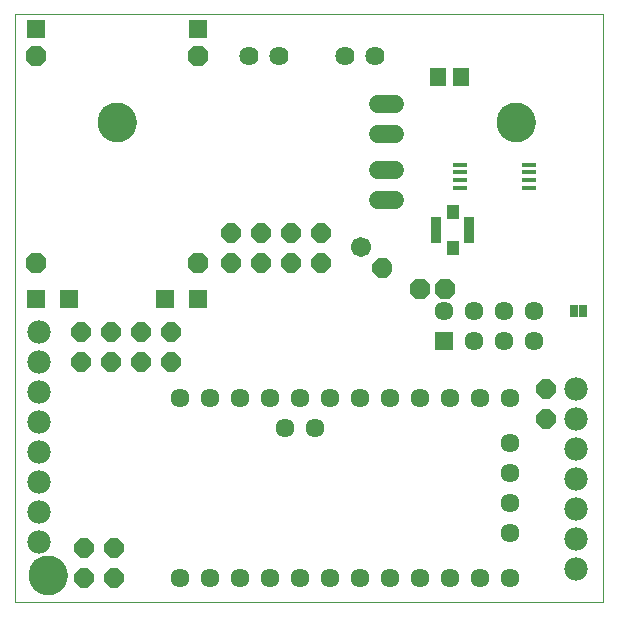
<source format=gbs>
G75*
%MOIN*%
%OFA0B0*%
%FSLAX25Y25*%
%IPPOS*%
%LPD*%
%AMOC8*
5,1,8,0,0,1.08239X$1,22.5*
%
%ADD10C,0.00000*%
%ADD11C,0.12998*%
%ADD12R,0.06337X0.06337*%
%ADD13C,0.06337*%
%ADD14C,0.06000*%
%ADD15C,0.01340*%
%ADD16C,0.06700*%
%ADD17R,0.05943X0.05943*%
%ADD18C,0.06400*%
%ADD19OC8,0.06400*%
%ADD20C,0.07800*%
%ADD21R,0.02800X0.03900*%
%ADD22OC8,0.06700*%
%ADD23R,0.05518X0.06306*%
%ADD24R,0.05124X0.01778*%
%ADD25R,0.03746X0.09061*%
%ADD26R,0.04337X0.04534*%
D10*
X0001500Y0003000D02*
X0197500Y0003000D01*
X0197500Y0199000D01*
X0001500Y0199000D01*
X0001500Y0003000D01*
X0006201Y0012000D02*
X0006203Y0012158D01*
X0006209Y0012316D01*
X0006219Y0012474D01*
X0006233Y0012632D01*
X0006251Y0012789D01*
X0006272Y0012946D01*
X0006298Y0013102D01*
X0006328Y0013258D01*
X0006361Y0013413D01*
X0006399Y0013566D01*
X0006440Y0013719D01*
X0006485Y0013871D01*
X0006534Y0014022D01*
X0006587Y0014171D01*
X0006643Y0014319D01*
X0006703Y0014465D01*
X0006767Y0014610D01*
X0006835Y0014753D01*
X0006906Y0014895D01*
X0006980Y0015035D01*
X0007058Y0015172D01*
X0007140Y0015308D01*
X0007224Y0015442D01*
X0007313Y0015573D01*
X0007404Y0015702D01*
X0007499Y0015829D01*
X0007596Y0015954D01*
X0007697Y0016076D01*
X0007801Y0016195D01*
X0007908Y0016312D01*
X0008018Y0016426D01*
X0008131Y0016537D01*
X0008246Y0016646D01*
X0008364Y0016751D01*
X0008485Y0016853D01*
X0008608Y0016953D01*
X0008734Y0017049D01*
X0008862Y0017142D01*
X0008992Y0017232D01*
X0009125Y0017318D01*
X0009260Y0017402D01*
X0009396Y0017481D01*
X0009535Y0017558D01*
X0009676Y0017630D01*
X0009818Y0017700D01*
X0009962Y0017765D01*
X0010108Y0017827D01*
X0010255Y0017885D01*
X0010404Y0017940D01*
X0010554Y0017991D01*
X0010705Y0018038D01*
X0010857Y0018081D01*
X0011010Y0018120D01*
X0011165Y0018156D01*
X0011320Y0018187D01*
X0011476Y0018215D01*
X0011632Y0018239D01*
X0011789Y0018259D01*
X0011947Y0018275D01*
X0012104Y0018287D01*
X0012263Y0018295D01*
X0012421Y0018299D01*
X0012579Y0018299D01*
X0012737Y0018295D01*
X0012896Y0018287D01*
X0013053Y0018275D01*
X0013211Y0018259D01*
X0013368Y0018239D01*
X0013524Y0018215D01*
X0013680Y0018187D01*
X0013835Y0018156D01*
X0013990Y0018120D01*
X0014143Y0018081D01*
X0014295Y0018038D01*
X0014446Y0017991D01*
X0014596Y0017940D01*
X0014745Y0017885D01*
X0014892Y0017827D01*
X0015038Y0017765D01*
X0015182Y0017700D01*
X0015324Y0017630D01*
X0015465Y0017558D01*
X0015604Y0017481D01*
X0015740Y0017402D01*
X0015875Y0017318D01*
X0016008Y0017232D01*
X0016138Y0017142D01*
X0016266Y0017049D01*
X0016392Y0016953D01*
X0016515Y0016853D01*
X0016636Y0016751D01*
X0016754Y0016646D01*
X0016869Y0016537D01*
X0016982Y0016426D01*
X0017092Y0016312D01*
X0017199Y0016195D01*
X0017303Y0016076D01*
X0017404Y0015954D01*
X0017501Y0015829D01*
X0017596Y0015702D01*
X0017687Y0015573D01*
X0017776Y0015442D01*
X0017860Y0015308D01*
X0017942Y0015172D01*
X0018020Y0015035D01*
X0018094Y0014895D01*
X0018165Y0014753D01*
X0018233Y0014610D01*
X0018297Y0014465D01*
X0018357Y0014319D01*
X0018413Y0014171D01*
X0018466Y0014022D01*
X0018515Y0013871D01*
X0018560Y0013719D01*
X0018601Y0013566D01*
X0018639Y0013413D01*
X0018672Y0013258D01*
X0018702Y0013102D01*
X0018728Y0012946D01*
X0018749Y0012789D01*
X0018767Y0012632D01*
X0018781Y0012474D01*
X0018791Y0012316D01*
X0018797Y0012158D01*
X0018799Y0012000D01*
X0018797Y0011842D01*
X0018791Y0011684D01*
X0018781Y0011526D01*
X0018767Y0011368D01*
X0018749Y0011211D01*
X0018728Y0011054D01*
X0018702Y0010898D01*
X0018672Y0010742D01*
X0018639Y0010587D01*
X0018601Y0010434D01*
X0018560Y0010281D01*
X0018515Y0010129D01*
X0018466Y0009978D01*
X0018413Y0009829D01*
X0018357Y0009681D01*
X0018297Y0009535D01*
X0018233Y0009390D01*
X0018165Y0009247D01*
X0018094Y0009105D01*
X0018020Y0008965D01*
X0017942Y0008828D01*
X0017860Y0008692D01*
X0017776Y0008558D01*
X0017687Y0008427D01*
X0017596Y0008298D01*
X0017501Y0008171D01*
X0017404Y0008046D01*
X0017303Y0007924D01*
X0017199Y0007805D01*
X0017092Y0007688D01*
X0016982Y0007574D01*
X0016869Y0007463D01*
X0016754Y0007354D01*
X0016636Y0007249D01*
X0016515Y0007147D01*
X0016392Y0007047D01*
X0016266Y0006951D01*
X0016138Y0006858D01*
X0016008Y0006768D01*
X0015875Y0006682D01*
X0015740Y0006598D01*
X0015604Y0006519D01*
X0015465Y0006442D01*
X0015324Y0006370D01*
X0015182Y0006300D01*
X0015038Y0006235D01*
X0014892Y0006173D01*
X0014745Y0006115D01*
X0014596Y0006060D01*
X0014446Y0006009D01*
X0014295Y0005962D01*
X0014143Y0005919D01*
X0013990Y0005880D01*
X0013835Y0005844D01*
X0013680Y0005813D01*
X0013524Y0005785D01*
X0013368Y0005761D01*
X0013211Y0005741D01*
X0013053Y0005725D01*
X0012896Y0005713D01*
X0012737Y0005705D01*
X0012579Y0005701D01*
X0012421Y0005701D01*
X0012263Y0005705D01*
X0012104Y0005713D01*
X0011947Y0005725D01*
X0011789Y0005741D01*
X0011632Y0005761D01*
X0011476Y0005785D01*
X0011320Y0005813D01*
X0011165Y0005844D01*
X0011010Y0005880D01*
X0010857Y0005919D01*
X0010705Y0005962D01*
X0010554Y0006009D01*
X0010404Y0006060D01*
X0010255Y0006115D01*
X0010108Y0006173D01*
X0009962Y0006235D01*
X0009818Y0006300D01*
X0009676Y0006370D01*
X0009535Y0006442D01*
X0009396Y0006519D01*
X0009260Y0006598D01*
X0009125Y0006682D01*
X0008992Y0006768D01*
X0008862Y0006858D01*
X0008734Y0006951D01*
X0008608Y0007047D01*
X0008485Y0007147D01*
X0008364Y0007249D01*
X0008246Y0007354D01*
X0008131Y0007463D01*
X0008018Y0007574D01*
X0007908Y0007688D01*
X0007801Y0007805D01*
X0007697Y0007924D01*
X0007596Y0008046D01*
X0007499Y0008171D01*
X0007404Y0008298D01*
X0007313Y0008427D01*
X0007224Y0008558D01*
X0007140Y0008692D01*
X0007058Y0008828D01*
X0006980Y0008965D01*
X0006906Y0009105D01*
X0006835Y0009247D01*
X0006767Y0009390D01*
X0006703Y0009535D01*
X0006643Y0009681D01*
X0006587Y0009829D01*
X0006534Y0009978D01*
X0006485Y0010129D01*
X0006440Y0010281D01*
X0006399Y0010434D01*
X0006361Y0010587D01*
X0006328Y0010742D01*
X0006298Y0010898D01*
X0006272Y0011054D01*
X0006251Y0011211D01*
X0006233Y0011368D01*
X0006219Y0011526D01*
X0006209Y0011684D01*
X0006203Y0011842D01*
X0006201Y0012000D01*
X0029201Y0163000D02*
X0029203Y0163158D01*
X0029209Y0163316D01*
X0029219Y0163474D01*
X0029233Y0163632D01*
X0029251Y0163789D01*
X0029272Y0163946D01*
X0029298Y0164102D01*
X0029328Y0164258D01*
X0029361Y0164413D01*
X0029399Y0164566D01*
X0029440Y0164719D01*
X0029485Y0164871D01*
X0029534Y0165022D01*
X0029587Y0165171D01*
X0029643Y0165319D01*
X0029703Y0165465D01*
X0029767Y0165610D01*
X0029835Y0165753D01*
X0029906Y0165895D01*
X0029980Y0166035D01*
X0030058Y0166172D01*
X0030140Y0166308D01*
X0030224Y0166442D01*
X0030313Y0166573D01*
X0030404Y0166702D01*
X0030499Y0166829D01*
X0030596Y0166954D01*
X0030697Y0167076D01*
X0030801Y0167195D01*
X0030908Y0167312D01*
X0031018Y0167426D01*
X0031131Y0167537D01*
X0031246Y0167646D01*
X0031364Y0167751D01*
X0031485Y0167853D01*
X0031608Y0167953D01*
X0031734Y0168049D01*
X0031862Y0168142D01*
X0031992Y0168232D01*
X0032125Y0168318D01*
X0032260Y0168402D01*
X0032396Y0168481D01*
X0032535Y0168558D01*
X0032676Y0168630D01*
X0032818Y0168700D01*
X0032962Y0168765D01*
X0033108Y0168827D01*
X0033255Y0168885D01*
X0033404Y0168940D01*
X0033554Y0168991D01*
X0033705Y0169038D01*
X0033857Y0169081D01*
X0034010Y0169120D01*
X0034165Y0169156D01*
X0034320Y0169187D01*
X0034476Y0169215D01*
X0034632Y0169239D01*
X0034789Y0169259D01*
X0034947Y0169275D01*
X0035104Y0169287D01*
X0035263Y0169295D01*
X0035421Y0169299D01*
X0035579Y0169299D01*
X0035737Y0169295D01*
X0035896Y0169287D01*
X0036053Y0169275D01*
X0036211Y0169259D01*
X0036368Y0169239D01*
X0036524Y0169215D01*
X0036680Y0169187D01*
X0036835Y0169156D01*
X0036990Y0169120D01*
X0037143Y0169081D01*
X0037295Y0169038D01*
X0037446Y0168991D01*
X0037596Y0168940D01*
X0037745Y0168885D01*
X0037892Y0168827D01*
X0038038Y0168765D01*
X0038182Y0168700D01*
X0038324Y0168630D01*
X0038465Y0168558D01*
X0038604Y0168481D01*
X0038740Y0168402D01*
X0038875Y0168318D01*
X0039008Y0168232D01*
X0039138Y0168142D01*
X0039266Y0168049D01*
X0039392Y0167953D01*
X0039515Y0167853D01*
X0039636Y0167751D01*
X0039754Y0167646D01*
X0039869Y0167537D01*
X0039982Y0167426D01*
X0040092Y0167312D01*
X0040199Y0167195D01*
X0040303Y0167076D01*
X0040404Y0166954D01*
X0040501Y0166829D01*
X0040596Y0166702D01*
X0040687Y0166573D01*
X0040776Y0166442D01*
X0040860Y0166308D01*
X0040942Y0166172D01*
X0041020Y0166035D01*
X0041094Y0165895D01*
X0041165Y0165753D01*
X0041233Y0165610D01*
X0041297Y0165465D01*
X0041357Y0165319D01*
X0041413Y0165171D01*
X0041466Y0165022D01*
X0041515Y0164871D01*
X0041560Y0164719D01*
X0041601Y0164566D01*
X0041639Y0164413D01*
X0041672Y0164258D01*
X0041702Y0164102D01*
X0041728Y0163946D01*
X0041749Y0163789D01*
X0041767Y0163632D01*
X0041781Y0163474D01*
X0041791Y0163316D01*
X0041797Y0163158D01*
X0041799Y0163000D01*
X0041797Y0162842D01*
X0041791Y0162684D01*
X0041781Y0162526D01*
X0041767Y0162368D01*
X0041749Y0162211D01*
X0041728Y0162054D01*
X0041702Y0161898D01*
X0041672Y0161742D01*
X0041639Y0161587D01*
X0041601Y0161434D01*
X0041560Y0161281D01*
X0041515Y0161129D01*
X0041466Y0160978D01*
X0041413Y0160829D01*
X0041357Y0160681D01*
X0041297Y0160535D01*
X0041233Y0160390D01*
X0041165Y0160247D01*
X0041094Y0160105D01*
X0041020Y0159965D01*
X0040942Y0159828D01*
X0040860Y0159692D01*
X0040776Y0159558D01*
X0040687Y0159427D01*
X0040596Y0159298D01*
X0040501Y0159171D01*
X0040404Y0159046D01*
X0040303Y0158924D01*
X0040199Y0158805D01*
X0040092Y0158688D01*
X0039982Y0158574D01*
X0039869Y0158463D01*
X0039754Y0158354D01*
X0039636Y0158249D01*
X0039515Y0158147D01*
X0039392Y0158047D01*
X0039266Y0157951D01*
X0039138Y0157858D01*
X0039008Y0157768D01*
X0038875Y0157682D01*
X0038740Y0157598D01*
X0038604Y0157519D01*
X0038465Y0157442D01*
X0038324Y0157370D01*
X0038182Y0157300D01*
X0038038Y0157235D01*
X0037892Y0157173D01*
X0037745Y0157115D01*
X0037596Y0157060D01*
X0037446Y0157009D01*
X0037295Y0156962D01*
X0037143Y0156919D01*
X0036990Y0156880D01*
X0036835Y0156844D01*
X0036680Y0156813D01*
X0036524Y0156785D01*
X0036368Y0156761D01*
X0036211Y0156741D01*
X0036053Y0156725D01*
X0035896Y0156713D01*
X0035737Y0156705D01*
X0035579Y0156701D01*
X0035421Y0156701D01*
X0035263Y0156705D01*
X0035104Y0156713D01*
X0034947Y0156725D01*
X0034789Y0156741D01*
X0034632Y0156761D01*
X0034476Y0156785D01*
X0034320Y0156813D01*
X0034165Y0156844D01*
X0034010Y0156880D01*
X0033857Y0156919D01*
X0033705Y0156962D01*
X0033554Y0157009D01*
X0033404Y0157060D01*
X0033255Y0157115D01*
X0033108Y0157173D01*
X0032962Y0157235D01*
X0032818Y0157300D01*
X0032676Y0157370D01*
X0032535Y0157442D01*
X0032396Y0157519D01*
X0032260Y0157598D01*
X0032125Y0157682D01*
X0031992Y0157768D01*
X0031862Y0157858D01*
X0031734Y0157951D01*
X0031608Y0158047D01*
X0031485Y0158147D01*
X0031364Y0158249D01*
X0031246Y0158354D01*
X0031131Y0158463D01*
X0031018Y0158574D01*
X0030908Y0158688D01*
X0030801Y0158805D01*
X0030697Y0158924D01*
X0030596Y0159046D01*
X0030499Y0159171D01*
X0030404Y0159298D01*
X0030313Y0159427D01*
X0030224Y0159558D01*
X0030140Y0159692D01*
X0030058Y0159828D01*
X0029980Y0159965D01*
X0029906Y0160105D01*
X0029835Y0160247D01*
X0029767Y0160390D01*
X0029703Y0160535D01*
X0029643Y0160681D01*
X0029587Y0160829D01*
X0029534Y0160978D01*
X0029485Y0161129D01*
X0029440Y0161281D01*
X0029399Y0161434D01*
X0029361Y0161587D01*
X0029328Y0161742D01*
X0029298Y0161898D01*
X0029272Y0162054D01*
X0029251Y0162211D01*
X0029233Y0162368D01*
X0029219Y0162526D01*
X0029209Y0162684D01*
X0029203Y0162842D01*
X0029201Y0163000D01*
X0162201Y0163000D02*
X0162203Y0163158D01*
X0162209Y0163316D01*
X0162219Y0163474D01*
X0162233Y0163632D01*
X0162251Y0163789D01*
X0162272Y0163946D01*
X0162298Y0164102D01*
X0162328Y0164258D01*
X0162361Y0164413D01*
X0162399Y0164566D01*
X0162440Y0164719D01*
X0162485Y0164871D01*
X0162534Y0165022D01*
X0162587Y0165171D01*
X0162643Y0165319D01*
X0162703Y0165465D01*
X0162767Y0165610D01*
X0162835Y0165753D01*
X0162906Y0165895D01*
X0162980Y0166035D01*
X0163058Y0166172D01*
X0163140Y0166308D01*
X0163224Y0166442D01*
X0163313Y0166573D01*
X0163404Y0166702D01*
X0163499Y0166829D01*
X0163596Y0166954D01*
X0163697Y0167076D01*
X0163801Y0167195D01*
X0163908Y0167312D01*
X0164018Y0167426D01*
X0164131Y0167537D01*
X0164246Y0167646D01*
X0164364Y0167751D01*
X0164485Y0167853D01*
X0164608Y0167953D01*
X0164734Y0168049D01*
X0164862Y0168142D01*
X0164992Y0168232D01*
X0165125Y0168318D01*
X0165260Y0168402D01*
X0165396Y0168481D01*
X0165535Y0168558D01*
X0165676Y0168630D01*
X0165818Y0168700D01*
X0165962Y0168765D01*
X0166108Y0168827D01*
X0166255Y0168885D01*
X0166404Y0168940D01*
X0166554Y0168991D01*
X0166705Y0169038D01*
X0166857Y0169081D01*
X0167010Y0169120D01*
X0167165Y0169156D01*
X0167320Y0169187D01*
X0167476Y0169215D01*
X0167632Y0169239D01*
X0167789Y0169259D01*
X0167947Y0169275D01*
X0168104Y0169287D01*
X0168263Y0169295D01*
X0168421Y0169299D01*
X0168579Y0169299D01*
X0168737Y0169295D01*
X0168896Y0169287D01*
X0169053Y0169275D01*
X0169211Y0169259D01*
X0169368Y0169239D01*
X0169524Y0169215D01*
X0169680Y0169187D01*
X0169835Y0169156D01*
X0169990Y0169120D01*
X0170143Y0169081D01*
X0170295Y0169038D01*
X0170446Y0168991D01*
X0170596Y0168940D01*
X0170745Y0168885D01*
X0170892Y0168827D01*
X0171038Y0168765D01*
X0171182Y0168700D01*
X0171324Y0168630D01*
X0171465Y0168558D01*
X0171604Y0168481D01*
X0171740Y0168402D01*
X0171875Y0168318D01*
X0172008Y0168232D01*
X0172138Y0168142D01*
X0172266Y0168049D01*
X0172392Y0167953D01*
X0172515Y0167853D01*
X0172636Y0167751D01*
X0172754Y0167646D01*
X0172869Y0167537D01*
X0172982Y0167426D01*
X0173092Y0167312D01*
X0173199Y0167195D01*
X0173303Y0167076D01*
X0173404Y0166954D01*
X0173501Y0166829D01*
X0173596Y0166702D01*
X0173687Y0166573D01*
X0173776Y0166442D01*
X0173860Y0166308D01*
X0173942Y0166172D01*
X0174020Y0166035D01*
X0174094Y0165895D01*
X0174165Y0165753D01*
X0174233Y0165610D01*
X0174297Y0165465D01*
X0174357Y0165319D01*
X0174413Y0165171D01*
X0174466Y0165022D01*
X0174515Y0164871D01*
X0174560Y0164719D01*
X0174601Y0164566D01*
X0174639Y0164413D01*
X0174672Y0164258D01*
X0174702Y0164102D01*
X0174728Y0163946D01*
X0174749Y0163789D01*
X0174767Y0163632D01*
X0174781Y0163474D01*
X0174791Y0163316D01*
X0174797Y0163158D01*
X0174799Y0163000D01*
X0174797Y0162842D01*
X0174791Y0162684D01*
X0174781Y0162526D01*
X0174767Y0162368D01*
X0174749Y0162211D01*
X0174728Y0162054D01*
X0174702Y0161898D01*
X0174672Y0161742D01*
X0174639Y0161587D01*
X0174601Y0161434D01*
X0174560Y0161281D01*
X0174515Y0161129D01*
X0174466Y0160978D01*
X0174413Y0160829D01*
X0174357Y0160681D01*
X0174297Y0160535D01*
X0174233Y0160390D01*
X0174165Y0160247D01*
X0174094Y0160105D01*
X0174020Y0159965D01*
X0173942Y0159828D01*
X0173860Y0159692D01*
X0173776Y0159558D01*
X0173687Y0159427D01*
X0173596Y0159298D01*
X0173501Y0159171D01*
X0173404Y0159046D01*
X0173303Y0158924D01*
X0173199Y0158805D01*
X0173092Y0158688D01*
X0172982Y0158574D01*
X0172869Y0158463D01*
X0172754Y0158354D01*
X0172636Y0158249D01*
X0172515Y0158147D01*
X0172392Y0158047D01*
X0172266Y0157951D01*
X0172138Y0157858D01*
X0172008Y0157768D01*
X0171875Y0157682D01*
X0171740Y0157598D01*
X0171604Y0157519D01*
X0171465Y0157442D01*
X0171324Y0157370D01*
X0171182Y0157300D01*
X0171038Y0157235D01*
X0170892Y0157173D01*
X0170745Y0157115D01*
X0170596Y0157060D01*
X0170446Y0157009D01*
X0170295Y0156962D01*
X0170143Y0156919D01*
X0169990Y0156880D01*
X0169835Y0156844D01*
X0169680Y0156813D01*
X0169524Y0156785D01*
X0169368Y0156761D01*
X0169211Y0156741D01*
X0169053Y0156725D01*
X0168896Y0156713D01*
X0168737Y0156705D01*
X0168579Y0156701D01*
X0168421Y0156701D01*
X0168263Y0156705D01*
X0168104Y0156713D01*
X0167947Y0156725D01*
X0167789Y0156741D01*
X0167632Y0156761D01*
X0167476Y0156785D01*
X0167320Y0156813D01*
X0167165Y0156844D01*
X0167010Y0156880D01*
X0166857Y0156919D01*
X0166705Y0156962D01*
X0166554Y0157009D01*
X0166404Y0157060D01*
X0166255Y0157115D01*
X0166108Y0157173D01*
X0165962Y0157235D01*
X0165818Y0157300D01*
X0165676Y0157370D01*
X0165535Y0157442D01*
X0165396Y0157519D01*
X0165260Y0157598D01*
X0165125Y0157682D01*
X0164992Y0157768D01*
X0164862Y0157858D01*
X0164734Y0157951D01*
X0164608Y0158047D01*
X0164485Y0158147D01*
X0164364Y0158249D01*
X0164246Y0158354D01*
X0164131Y0158463D01*
X0164018Y0158574D01*
X0163908Y0158688D01*
X0163801Y0158805D01*
X0163697Y0158924D01*
X0163596Y0159046D01*
X0163499Y0159171D01*
X0163404Y0159298D01*
X0163313Y0159427D01*
X0163224Y0159558D01*
X0163140Y0159692D01*
X0163058Y0159828D01*
X0162980Y0159965D01*
X0162906Y0160105D01*
X0162835Y0160247D01*
X0162767Y0160390D01*
X0162703Y0160535D01*
X0162643Y0160681D01*
X0162587Y0160829D01*
X0162534Y0160978D01*
X0162485Y0161129D01*
X0162440Y0161281D01*
X0162399Y0161434D01*
X0162361Y0161587D01*
X0162328Y0161742D01*
X0162298Y0161898D01*
X0162272Y0162054D01*
X0162251Y0162211D01*
X0162233Y0162368D01*
X0162219Y0162526D01*
X0162209Y0162684D01*
X0162203Y0162842D01*
X0162201Y0163000D01*
D11*
X0168500Y0163000D03*
X0035500Y0163000D03*
X0012500Y0012000D03*
D12*
X0144500Y0090000D03*
D13*
X0144500Y0100000D03*
X0154500Y0100000D03*
X0154500Y0090000D03*
X0164500Y0090000D03*
X0164500Y0100000D03*
X0174500Y0100000D03*
X0174500Y0090000D03*
X0166500Y0071000D03*
X0156500Y0071000D03*
X0146500Y0071000D03*
X0136500Y0071000D03*
X0126500Y0071000D03*
X0116500Y0071000D03*
X0106500Y0071000D03*
X0096500Y0071000D03*
X0086500Y0071000D03*
X0076500Y0071000D03*
X0066500Y0071000D03*
X0056500Y0071000D03*
X0091500Y0061000D03*
X0101500Y0061000D03*
X0096500Y0011000D03*
X0086500Y0011000D03*
X0076500Y0011000D03*
X0066500Y0011000D03*
X0056500Y0011000D03*
X0106500Y0011000D03*
X0116500Y0011000D03*
X0126500Y0011000D03*
X0136500Y0011000D03*
X0146500Y0011000D03*
X0156500Y0011000D03*
X0166500Y0011000D03*
X0166500Y0026000D03*
X0166500Y0036000D03*
X0166500Y0046000D03*
X0166500Y0056000D03*
D14*
X0128300Y0137000D02*
X0122700Y0137000D01*
X0122700Y0147000D02*
X0128300Y0147000D01*
X0128300Y0159000D02*
X0122700Y0159000D01*
X0122700Y0169000D02*
X0128300Y0169000D01*
D15*
X0124476Y0112455D02*
X0125146Y0111785D01*
X0122926Y0111785D01*
X0121357Y0113354D01*
X0121357Y0115574D01*
X0122926Y0117143D01*
X0125146Y0117143D01*
X0126715Y0115574D01*
X0126715Y0113354D01*
X0125146Y0111785D01*
X0124730Y0112790D01*
X0123342Y0112790D01*
X0122362Y0113770D01*
X0122362Y0115158D01*
X0123342Y0116138D01*
X0124730Y0116138D01*
X0125710Y0115158D01*
X0125710Y0113770D01*
X0124730Y0112790D01*
X0124313Y0113795D01*
X0123759Y0113795D01*
X0123367Y0114187D01*
X0123367Y0114741D01*
X0123759Y0115133D01*
X0124313Y0115133D01*
X0124705Y0114741D01*
X0124705Y0114187D01*
X0124313Y0113795D01*
D16*
X0116964Y0121536D03*
D17*
X0062500Y0104100D03*
X0051500Y0104100D03*
X0019500Y0104100D03*
X0008500Y0104100D03*
X0008500Y0194100D03*
X0062500Y0194100D03*
D18*
X0079500Y0185000D03*
X0089500Y0185000D03*
X0111500Y0185000D03*
X0121500Y0185000D03*
D19*
X0103500Y0126000D03*
X0103500Y0116000D03*
X0093500Y0116000D03*
X0093500Y0126000D03*
X0083500Y0126000D03*
X0083500Y0116000D03*
X0073500Y0116000D03*
X0073500Y0126000D03*
X0053500Y0093000D03*
X0053500Y0083000D03*
X0043500Y0083000D03*
X0043500Y0093000D03*
X0033500Y0093000D03*
X0033500Y0083000D03*
X0023500Y0083000D03*
X0023500Y0093000D03*
X0024500Y0021000D03*
X0024500Y0011000D03*
X0034500Y0011000D03*
X0034500Y0021000D03*
X0178500Y0064000D03*
X0178500Y0074000D03*
D20*
X0188500Y0074000D03*
X0188500Y0064000D03*
X0188500Y0054000D03*
X0188500Y0044000D03*
X0188500Y0034000D03*
X0188500Y0024000D03*
X0188500Y0014000D03*
X0009500Y0023000D03*
X0009500Y0033000D03*
X0009500Y0043000D03*
X0009500Y0053000D03*
X0009500Y0063000D03*
X0009500Y0073000D03*
X0009500Y0083000D03*
X0009500Y0093000D03*
D21*
X0188000Y0100000D03*
X0191000Y0100000D03*
D22*
X0144800Y0107500D03*
X0136500Y0107500D03*
X0062500Y0116000D03*
X0008500Y0116000D03*
X0008500Y0185000D03*
X0062500Y0185000D03*
D23*
X0142760Y0178000D03*
X0150240Y0178000D03*
D24*
X0149984Y0148839D03*
X0149984Y0146280D03*
X0149984Y0143720D03*
X0149984Y0141161D03*
X0173016Y0141161D03*
X0173016Y0143720D03*
X0173016Y0146280D03*
X0173016Y0148839D03*
D25*
X0152913Y0127000D03*
X0142087Y0127000D03*
D26*
X0147500Y0120996D03*
X0147500Y0133004D03*
M02*

</source>
